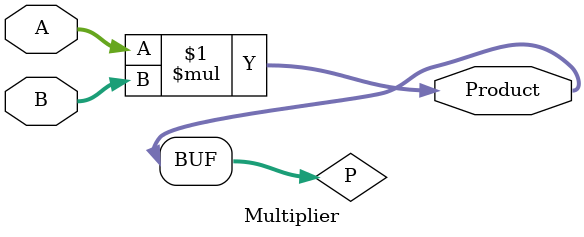
<source format=v>
module Multiplier (
    input [3:0] A,  // 4-bit input A
    input [3:0] B,  // 4-bit input B
    output [7:0] Product // 8-bit product
);
    wire [7:0] P;

    assign P = A * B;

    assign Product = P;
endmodule

</source>
